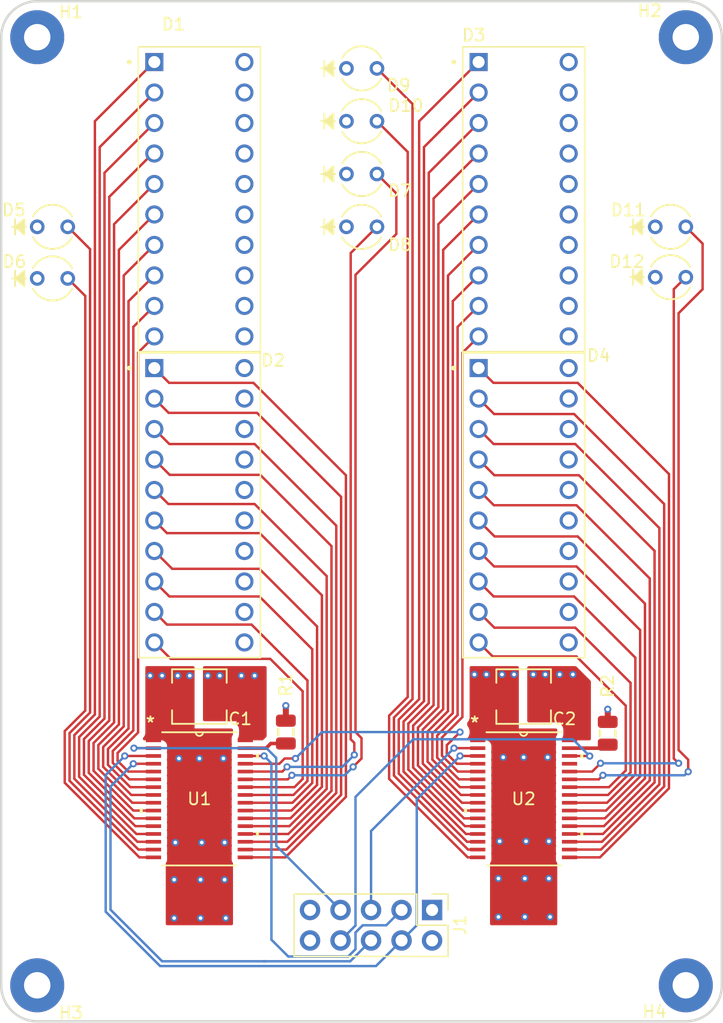
<source format=kicad_pcb>
(kicad_pcb (version 20240108) (generator "pcbnew") (generator_version "8.0")
  (layers (0 "F.Cu" signal) (1 "In1.Cu" signal) (2 "In2.Cu" signal) (31 "B.Cu" signal) (34 "B.Paste" user) (35 "F.Paste" user) (36 "B.SilkS" user "B.Silkscreen") (37 "F.SilkS" user "F.Silkscreen") (38 "B.Mask" user) (39 "F.Mask" user) (44 "Edge.Cuts" user))
  (net 0 "")
  (net 1 "GND")
  (net 2 "+3.3V")
  (net 3 "Net-(U1-OUT3)")
  (net 4 "Net-(U1-OUT7)")
  (net 5 "Net-(U1-OUT1)")
  (net 6 "Net-(U1-OUT5)")
  (net 7 "Net-(U1-OUT4)")
  (net 8 "Net-(U1-OUT9)")
  (net 9 "Net-(U1-OUT8)")
  (net 10 "Net-(U1-OUT2)")
  (net 11 "Net-(U1-OUT0)")
  (net 12 "Net-(U1-OUT6)")
  (net 13 "Net-(U2-OUT8)")
  (net 14 "Net-(U2-OUT9)")
  (net 15 "Net-(U2-OUT1)")
  (net 16 "Net-(U2-OUT5)")
  (net 17 "Net-(U2-OUT2)")
  (net 18 "Net-(U2-OUT4)")
  (net 19 "Net-(U2-OUT3)")
  (net 20 "Net-(U2-OUT0)")
  (net 21 "Net-(U2-OUT6)")
  (net 22 "Net-(U2-OUT7)")
  (net 23 "Net-(U1-OUT16)")
  (net 24 "Net-(U1-OUT12)")
  (net 25 "Net-(U1-OUT18)")
  (net 26 "Net-(U1-OUT14)")
  (net 27 "Net-(U1-OUT15)")
  (net 28 "Net-(U1-OUT21)")
  (net 29 "Net-(U1-OUT13)")
  (net 30 "Net-(U1-OUT17)")
  (net 31 "Net-(U1-OUT19)")
  (net 32 "Net-(U1-OUT20)")
  (net 33 "Net-(U2-OUT12)")
  (net 34 "Net-(U2-OUT14)")
  (net 35 "Net-(U2-OUT19)")
  (net 36 "Net-(U2-OUT15)")
  (net 37 "Net-(U2-OUT16)")
  (net 38 "Net-(U2-OUT13)")
  (net 39 "Net-(U2-OUT17)")
  (net 40 "Net-(U2-OUT18)")
  (net 41 "/LED_DRIVER_XLAT2")
  (net 42 "/LED_DRIVER_XLAT")
  (net 43 "/LED_DRIVER_BLANK")
  (net 44 "/LED_DRIVER_MOSI")
  (net 45 "/LED_DRIVER_BLANK2")
  (net 46 "/LED_DRIVER_SCLK")
  (net 47 "Net-(U1-IREF)")
  (net 48 "Net-(U2-IREF)")
  (net 49 "Net-(U1-SOUT)")
  (net 50 "Net-(U2-OUT20)")
  (net 52 "Net-(U2-OUT21)")
  (net 57 "Net-(U1-OUT10)")
  (net 58 "Net-(U1-OUT11)")
  (net 59 "Net-(U1-OUT22)")
  (net 60 "Net-(U1-OUT23)")
  (net 61 "Net-(U2-OUT10)")
  (net 62 "Net-(U2-OUT11)")
  (net 63 "Net-(U2-OUT22)")
  (net 64 "Net-(U2-OUT23)")
  (footprint "AVR-KiCAD-Lib-Diodes:DIP750W50P254L2540H825Q20" (layer "F.Cu") (at 136.5 95)
    (property "Reference" "D2")
    (property "Value" "DC10EWA" (hide yes))
  )
  (footprint "AVR-KiCAD-Lib-Diodes:DIP750W50P254L2540H825Q20" (layer "F.Cu") (at 163.5 95)
    (property "Reference" "D4")
    (property "Value" "DC10GWA" (hide yes))
  )
  (footprint "Connector_PinHeader_2.54mm:PinHeader_2x05_P2.54mm_Vertical" (layer "F.Cu") (at 155.875 128.725 -90)
    (property "Reference" "J1")
    (property "Value" "Conn_02x05_Odd_Even" (hide yes))
  )
  (footprint "AVR-KiCAD-Lib-ICs:DAP32_4P36X4P11" (layer "F.Cu") (at 163.5 119.464937)
    (property "Reference" "U2")
    (property "Value" "TLC5947DAP")
  )
  (footprint "AVR-KiCAD-Lib-Resistors:R0805" (layer "F.Cu") (at 170.5 114 -90)
    (property "Reference" "R2")
    (property "Value" "RC0805FR-071K96L" (hide yes))
  )
  (footprint "AVR-KiCAD-Lib-Diodes:HLMP" (layer "F.Cu") (at 148.74595 67.4)
    (property "Reference" "D7")
    (property "Value" "HLMP-1401" (hide yes))
  )
  (footprint "AVR-KiCAD-Lib-Capacitors:UCM1C470MCL1GS" (layer "F.Cu") (at 163.5 110.94 180)
    (property "Reference" "C2")
    (property "Value" "UCM1C470MCL1GS" (hide yes))
  )
  (footprint "AVR-KiCAD-Lib-Diodes:HLMP" (layer "F.Cu") (at 148.74595 71.8)
    (property "Reference" "D8")
    (property "Value" "HLMP-1401" (hide yes))
  )
  (footprint "AVR-KiCAD-Lib-Holes_Fasteners:M2_HOLE" (layer "F.Cu") (at 177 56)
    (property "Reference" "H2")
    (property "Value" "M2_Plated_Hole" (hide yes))
  )
  (footprint "AVR-KiCAD-Lib-Diodes:HLMP" (layer "F.Cu") (at 123 71.8)
    (property "Reference" "D5")
    (property "Value" "HLMP-1401" (hide yes))
  )
  (footprint "AVR-KiCAD-Lib-Holes_Fasteners:M2_HOLE" (layer "F.Cu") (at 123 135)
    (property "Reference" "H3")
    (property "Value" "M2_Plated_Hole" (hide yes))
  )
  (footprint "AVR-KiCAD-Lib-Diodes:HLMP" (layer "F.Cu") (at 148.74595 58.6)
    (property "Reference" "D9")
    (property "Value" "HLMP-1401" (hide yes))
  )
  (footprint "AVR-KiCAD-Lib-ICs:DAP32_4P36X4P11" (layer "F.Cu") (at 136.5 119.464937)
    (property "Reference" "U1")
    (property "Value" "TLC5947DAP")
  )
  (footprint "AVR-KiCAD-Lib-Capacitors:UCM1C470MCL1GS" (layer "F.Cu") (at 136.5 110.94 180)
    (property "Reference" "C1")
    (property "Value" "UCM1C470MCL1GS" (hide yes))
  )
  (footprint "AVR-KiCAD-Lib-Holes_Fasteners:M2_HOLE" (layer "F.Cu") (at 123 56)
    (property "Reference" "H1")
    (property "Value" "M2_Plated_Hole" (hide yes))
  )
  (footprint "AVR-KiCAD-Lib-Holes_Fasteners:M2_HOLE" (layer "F.Cu") (at 177 135)
    (property "Reference" "H4")
    (property "Value" "M2_Plated_Hole" (hide yes))
  )
  (footprint "AVR-KiCAD-Lib-Diodes:HLMP" (layer "F.Cu") (at 174.46 76)
    (property "Reference" "D12")
    (property "Value" "HLMP-1401" (hide yes))
  )
  (footprint "AVR-KiCAD-Lib-Diodes:HLMP" (layer "F.Cu") (at 174.46 71.8)
    (property "Reference" "D11")
    (property "Value" "HLMP-1401" (hide yes))
  )
  (footprint "AVR-KiCAD-Lib-Diodes:DIP750W50P254L2540H825Q20" (layer "F.Cu") (at 163.5 69.5)
    (property "Reference" "D3")
    (property "Value" "DC10GWA" (hide yes))
  )
  (footprint "AVR-KiCAD-Lib-Diodes:HLMP" (layer "F.Cu") (at 123 76.1)
    (property "Reference" "D6")
    (property "Value" "HLMP-1401" (hide yes))
  )
  (footprint "AVR-KiCAD-Lib-Diodes:HLMP" (layer "F.Cu") (at 148.74595 63)
    (property "Reference" "D10")
    (property "Value" "HLMP-1401" (hide yes))
  )
  (footprint "AVR-KiCAD-Lib-Diodes:DIP750W50P254L2540H825Q20" (layer "F.Cu") (at 136.5 69.5)
    (property "Reference" "D1")
    (property "Value" "DC10EWA" (hide yes))
  )
  (footprint "AVR-KiCAD-Lib-Resistors:R0805" (layer "F.Cu") (at 143.7 113.9 -90)
    (property "Reference" "R1")
    (property "Value" "RC0805FR-071K96L" (hide yes))
  )
  (gr_line (start 123 53) (end 177 53) (stroke (width 0.2)) (layer "Edge.Cuts"))
  (gr_line (start 180 135) (end 180 56) (stroke (width 0.2)) (layer "Edge.Cuts"))
  (gr_line (start 123 138) (end 177 138) (stroke (width 0.2)) (layer "Edge.Cuts"))
  (gr_arc (start 180 135) (mid 179.12132 137.12132) (end 177 138) (stroke (width 0.2)) (layer "Edge.Cuts"))
  (gr_arc (start 177 53) (mid 179.12132 53.87868) (end 180 56) (stroke (width 0.2)) (layer "Edge.Cuts"))
  (gr_line (start 120 135) (end 120 56) (stroke (width 0.2)) (layer "Edge.Cuts"))
  (gr_arc (start 120 56) (mid 120.87868 53.87868) (end 123 53) (stroke (width 0.2)) (layer "Edge.Cuts"))
  (gr_arc (start 123 138) (mid 120.87868 137.12132) (end 120 135) (stroke (width 0.2)) (layer "Edge.Cuts"))
  (segment (start 143.7 112.95) (end 143.7 111.7) (width 0.5) (layer "F.Cu") (net 1))
  (segment (start 170.5 112) (end 170.5 113.05) (width 0.5) (layer "F.Cu") (net 1))
  (via (at 134.4 129.4) (size 0.6) (drill 0.3) (layers "F.Cu" "B.Cu") (net 1))
  (via (at 163.7 123) (size 0.6) (drill 0.3) (layers "F.Cu" "B.Cu") (net 1))
  (via (at 136.5 116.1) (size 0.6) (drill 0.3) (layers "F.Cu" "B.Cu") (net 1))
  (via (at 162.7 109.1) (size 0.6) (drill 0.3) (layers "F.Cu" "B.Cu") (net 1))
  (via (at 161.8 116) (size 0.6) (drill 0.3) (layers "F.Cu" "B.Cu") (net 1))
  (via (at 134.4 126.2) (size 0.6) (drill 0.3) (layers "F.Cu" "B.Cu") (net 1))
  (via (at 134.5 123.1) (size 0.6) (drill 0.3) (layers "F.Cu" "B.Cu") (net 1))
  (via (at 132.4 109.2) (size 0.6) (drill 0.3) (layers "F.Cu" "B.Cu") (net 1))
  (via (at 165.6 123) (size 0.6) (drill 0.3) (layers "F.Cu" "B.Cu") (net 1))
  (via (at 163.6 126.1) (size 0.6) (drill 0.3) (layers "F.Cu" "B.Cu") (net 1))
  (via (at 138.5 116.1) (size 0.6) (drill 0.3) (layers "F.Cu" "B.Cu") (net 1))
  (via (at 170.5 112) (size 0.6) (drill 0.3) (layers "F.Cu" "B.Cu") (net 1))
  (via (at 163.6 129.3) (size 0.6) (drill 0.3) (layers "F.Cu" "B.Cu") (net 1))
  (via (at 163.5 116) (size 0.6) (drill 0.3) (layers "F.Cu" "B.Cu") (net 1))
  (via (at 143.7 111.7) (size 0.6) (drill 0.3) (layers "F.Cu" "B.Cu") (net 1))
  (via (at 165.6 126.1) (size 0.6) (drill 0.3) (layers "F.Cu" "B.Cu") (net 1))
  (via (at 159.4 109.1) (size 0.6) (drill 0.3) (layers "F.Cu" "B.Cu") (net 1))
  (via (at 161.4 129.3) (size 0.6) (drill 0.3) (layers "F.Cu" "B.Cu") (net 1))
  (via (at 136.6 126.2) (size 0.6) (drill 0.3) (layers "F.Cu" "B.Cu") (net 1))
  (via (at 138.6 126.2) (size 0.6) (drill 0.3) (layers "F.Cu" "B.Cu") (net 1))
  (via (at 135.7 109.2) (size 0.6) (drill 0.3) (layers "F.Cu" "B.Cu") (net 1))
  (via (at 161.4 126.1) (size 0.6) (drill 0.3) (layers "F.Cu" "B.Cu") (net 1))
  (via (at 133.4 109.2) (size 0.6) (drill 0.3) (layers "F.Cu" "B.Cu") (net 1))
  (via (at 136.7 123.1) (size 0.6) (drill 0.3) (layers "F.Cu" "B.Cu") (net 1))
  (via (at 138.6 123.1) (size 0.6) (drill 0.3) (layers "F.Cu" "B.Cu") (net 1))
  (via (at 161.5 123) (size 0.6) (drill 0.3) (layers "F.Cu" "B.Cu") (net 1))
  (via (at 134.7 109.2) (size 0.6) (drill 0.3) (layers "F.Cu" "B.Cu") (net 1))
  (via (at 136.6 129.4) (size 0.6) (drill 0.3) (layers "F.Cu" "B.Cu") (net 1))
  (via (at 160.4 109.1) (size 0.6) (drill 0.3) (layers "F.Cu" "B.Cu") (net 1))
  (via (at 165.5 116) (size 0.6) (drill 0.3) (layers "F.Cu" "B.Cu") (net 1))
  (via (at 138.7 129.4) (size 0.6) (drill 0.3) (layers "F.Cu" "B.Cu") (net 1))
  (via (at 165.7 129.3) (size 0.6) (drill 0.3) (layers "F.Cu" "B.Cu") (net 1))
  (via (at 161.7 109.1) (size 0.6) (drill 0.3) (layers "F.Cu" "B.Cu") (net 1))
  (via (at 134.8 116.1) (size 0.6) (drill 0.3) (layers "F.Cu" "B.Cu") (net 1))
  (via (at 141.1 109.2) (size 0.6) (drill 0.3) (layers "F.Cu" "B.Cu") (net 2))
  (via (at 165.3 109.1) (size 0.6) (drill 0.3) (layers "F.Cu" "B.Cu") (net 2))
  (via (at 138.2 109.2) (size 0.6) (drill 0.3) (layers "F.Cu" "B.Cu") (net 2))
  (via (at 166.5 109.1) (size 0.6) (drill 0.3) (layers "F.Cu" "B.Cu") (net 2))
  (via (at 137.2 109.2) (size 0.6) (drill 0.3) (layers "F.Cu" "B.Cu") (net 2))
  (via (at 164.3 109.1) (size 0.6) (drill 0.3) (layers "F.Cu" "B.Cu") (net 2))
  (via (at 140 109.2) (size 0.6) (drill 0.3) (layers "F.Cu" "B.Cu") (net 2))
  (via (at 167.6 109.1) (size 0.6) (drill 0.3) (layers "F.Cu" "B.Cu") (net 2))
  (segment (start 132.6773 119.139931) (end 130.834047 119.139931) (width 0.2) (layer "F.Cu") (net 3))
  (segment (start 130.2 113.434161) (end 130.2 75.86) (width 0.2) (layer "F.Cu") (net 3))
  (segment (start 128.489874 116.795758) (end 128.489874 115.144287) (width 0.2) (layer "F.Cu") (net 3))
  (segment (start 130.834047 119.139931) (end 128.489874 116.795758) (width 0.2) (layer "F.Cu") (net 3))
  (segment (start 130.2 75.86) (end 132.75 73.31) (width 0.2) (layer "F.Cu") (net 3))
  (segment (start 128.489874 115.144287) (end 130.2 113.434161) (width 0.2) (layer "F.Cu") (net 3))
  (segment (start 128.6 67.3) (end 132.75 63.15) (width 0.2) (layer "F.Cu") (net 4))
  (segment (start 132.6773 121.739977) (end 131.171349 121.739977) (width 0.2) (layer "F.Cu") (net 4))
  (segment (start 128.6 112.771417) (end 128.6 67.3) (width 0.2) (layer "F.Cu") (net 4))
  (segment (start 126.889874 114.481543) (end 128.6 112.771417) (width 0.2) (layer "F.Cu") (net 4))
  (segment (start 131.171349 121.739977) (end 126.889874 117.458502) (width 0.2) (layer "F.Cu") (net 4))
  (segment (start 126.889874 117.458502) (end 126.889874 114.481543) (width 0.2) (layer "F.Cu") (net 4))
  (segment (start 129.289874 116.464386) (end 130.665397 117.839909) (width 0.2) (layer "F.Cu") (net 5))
  (segment (start 132.75 78.39) (end 131 80.14) (width 0.2) (layer "F.Cu") (net 5))
  (segment (start 129.289874 115.475659) (end 129.289874 116.464386) (width 0.2) (layer "F.Cu") (net 5))
  (segment (start 131 80.14) (end 131 113.765533) (width 0.2) (layer "F.Cu") (net 5))
  (segment (start 131 113.765533) (end 129.289874 115.475659) (width 0.2) (layer "F.Cu") (net 5))
  (segment (start 130.665397 117.839909) (end 132.6773 117.839909) (width 0.2) (layer "F.Cu") (net 5))
  (segment (start 129.4 71.58) (end 132.75 68.23) (width 0.2) (layer "F.Cu") (net 6))
  (segment (start 127.689874 117.12713) (end 127.689874 114.812915) (width 0.2) (layer "F.Cu") (net 6))
  (segment (start 129.4 113.102789) (end 129.4 71.58) (width 0.2) (layer "F.Cu") (net 6))
  (segment (start 127.689874 114.812915) (end 129.4 113.102789) (width 0.2) (layer "F.Cu") (net 6))
  (segment (start 131.002698 120.439954) (end 127.689874 117.12713) (width 0.2) (layer "F.Cu") (net 6))
  (segment (start 132.6773 120.439954) (end 131.002698 120.439954) (width 0.2) (layer "F.Cu") (net 6))
  (segment (start 128.089874 116.961444) (end 128.089874 114.978601) (width 0.2) (layer "F.Cu") (net 7))
  (segment (start 129.8 73.72) (end 132.75 70.77) (width 0.2) (layer "F.Cu") (net 7))
  (segment (start 128.089874 114.978601) (end 129.8 113.268475) (width 0.2) (layer "F.Cu") (net 7))
  (segment (start 132.6773 119.789943) (end 130.918373 119.789943) (width 0.2) (layer "F.Cu") (net 7))
  (segment (start 130.918373 119.789943) (end 128.089874 116.961444) (width 0.2) (layer "F.Cu") (net 7))
  (segment (start 129.8 113.268475) (end 129.8 73.72) (width 0.2) (layer "F.Cu") (net 7))
  (segment (start 126.089874 114.150171) (end 126.089874 117.789874) (width 0.2) (layer "F.Cu") (net 8))
  (segment (start 127.8 112.440045) (end 126.089874 114.150171) (width 0.2) (layer "F.Cu") (net 8))
  (segment (start 127.8 63) (end 127.8 112.440045) (width 0.2) (layer "F.Cu") (net 8))
  (segment (start 126.089874 117.789874) (end 131.34 123.04) (width 0.2) (layer "F.Cu") (net 8))
  (segment (start 131.34 123.04) (end 132.6773 123.04) (width 0.2) (layer "F.Cu") (net 8))
  (segment (start 132.75 58.07) (end 132.73 58.07) (width 0.2) (layer "F.Cu") (net 8))
  (segment (start 132.73 58.07) (end 127.8 63) (width 0.2) (layer "F.Cu") (net 8))
  (segment (start 131.255674 122.389988) (end 132.6773 122.389988) (width 0.2) (layer "F.Cu") (net 9))
  (segment (start 128.2 112.605731) (end 126.489874 114.315857) (width 0.2) (layer "F.Cu") (net 9))
  (segment (start 126.489874 117.624188) (end 131.255674 122.389988) (width 0.2) (layer "F.Cu") (net 9))
  (segment (start 132.75 60.61) (end 128.2 65.16) (width 0.2) (layer "F.Cu") (net 9))
  (segment (start 128.2 65.16) (end 128.2 112.605731) (width 0.2) (layer "F.Cu") (net 9))
  (segment (start 126.489874 114.315857) (end 126.489874 117.624188) (width 0.2) (layer "F.Cu") (net 9))
  (segment (start 130.6 113.599847) (end 130.6 78) (width 0.2) (layer "F.Cu") (net 10))
  (segment (start 128.889874 116.630072) (end 128.889874 115.309973) (width 0.2) (layer "F.Cu") (net 10))
  (segment (start 128.889874 115.309973) (end 130.6 113.599847) (width 0.2) (layer "F.Cu") (net 10))
  (segment (start 132.6773 118.48992) (end 130.749722 118.48992) (width 0.2) (layer "F.Cu") (net 10))
  (segment (start 130.749722 118.48992) (end 128.889874 116.630072) (width 0.2) (layer "F.Cu") (net 10))
  (segment (start 130.6 78) (end 132.75 75.85) (width 0.2) (layer "F.Cu") (net 10))
  (segment (start 131.4 113.931219) (end 131.4 82.28) (width 0.2) (layer "F.Cu") (net 11))
  (segment (start 131.4 82.28) (end 132.75 80.93) (width 0.2) (layer "F.Cu") (net 11))
  (segment (start 129.689874 115.641345) (end 131.4 113.931219) (width 0.2) (layer "F.Cu") (net 11))
  (segment (start 132.6773 117.189897) (end 130.581071 117.189897) (width 0.2) (layer "F.Cu") (net 11))
  (segment (start 130.581071 117.189897) (end 129.689874 116.2987) (width 0.2) (layer "F.Cu") (net 11))
  (segment (start 129.689874 116.2987) (end 129.689874 115.641345) (width 0.2) (layer "F.Cu") (net 11))
  (segment (start 127.289874 117.292816) (end 131.087023 121.089965) (width 0.2) (layer "F.Cu") (net 12))
  (segment (start 131.087023 121.089965) (end 132.6773 121.089965) (width 0.2) (layer "F.Cu") (net 12))
  (segment (start 132.61 65.69) (end 129 69.3) (width 0.2) (layer "F.Cu") (net 12))
  (segment (start 129 69.3) (end 129 112.937103) (width 0.2) (layer "F.Cu") (net 12))
  (segment (start 132.75 65.69) (end 132.61 65.69) (width 0.2) (layer "F.Cu") (net 12))
  (segment (start 127.289874 114.647229) (end 127.289874 117.292816) (width 0.2) (layer "F.Cu") (net 12))
  (segment (start 129 112.937103) (end 127.289874 114.647229) (width 0.2) (layer "F.Cu") (net 12))
  (segment (start 158.698814 122.389988) (end 153.5 117.191174) (width 0.2) (layer "F.Cu") (net 13))
  (segment (start 155.2 65.16) (end 159.75 60.61) (width 0.2) (layer "F.Cu") (net 13))
  (segment (start 155.2 111.325983) (end 155.2 65.16) (width 0.2) (layer "F.Cu") (net 13))
  (segment (start 153.5 113.025983) (end 155.2 111.325983) (width 0.2) (layer "F.Cu") (net 13))
  (segment (start 159.6773 122.389988) (end 158.698814 122.389988) (width 0.2) (layer "F.Cu") (net 13))
  (segment (start 153.5 117.191174) (end 153.5 113.025983) (width 0.2) (layer "F.Cu") (net 13))
  (segment (start 153.1 117.35686) (end 158.78314 123.04) (width 0.2) (layer "F.Cu") (net 14))
  (segment (start 154.8 63) (end 154.8 111.160297) (width 0.2) (layer "F.Cu") (net 14))
  (segment (start 158.78314 123.04) (end 159.6773 123.04) (width 0.2) (layer "F.Cu") (net 14))
  (segment (start 154.8 111.160297) (end 153.1 112.860297) (width 0.2) (layer "F.Cu") (net 14))
  (segment (start 159.75 58.07) (end 159.73 58.07) (width 0.2) (layer "F.Cu") (net 14))
  (segment (start 159.73 58.07) (end 154.8 63) (width 0.2) (layer "F.Cu") (net 14))
  (segment (start 153.1 112.860297) (end 153.1 117.35686) (width 0.2) (layer "F.Cu") (net 14))
  (segment (start 159.6773 117.839909) (end 158.108537 117.839909) (width 0.2) (layer "F.Cu") (net 15))
  (segment (start 158.108537 117.839909) (end 156.3 116.031372) (width 0.2) (layer "F.Cu") (net 15))
  (segment (start 156.3 116.031372) (end 156.3 114.185785) (width 0.2) (layer "F.Cu") (net 15))
  (segment (start 158 80.14) (end 159.75 78.39) (width 0.2) (layer "F.Cu") (net 15))
  (segment (start 158 112.485785) (end 158 80.14) (width 0.2) (layer "F.Cu") (net 15))
  (segment (start 156.3 114.185785) (end 158 112.485785) (width 0.2) (layer "F.Cu") (net 15))
  (segment (start 159.6773 120.439954) (end 158.445838 120.439954) (width 0.2) (layer "F.Cu") (net 16))
  (segment (start 154.7 116.694116) (end 154.7 113.523041) (width 0.2) (layer "F.Cu") (net 16))
  (segment (start 156.4 71.58) (end 159.75 68.23) (width 0.2) (layer "F.Cu") (net 16))
  (segment (start 158.445838 120.439954) (end 154.7 116.694116) (width 0.2) (layer "F.Cu") (net 16))
  (segment (start 154.7 113.523041) (end 156.4 111.823041) (width 0.2) (layer "F.Cu") (net 16))
  (segment (start 156.4 111.823041) (end 156.4 71.58) (width 0.2) (layer "F.Cu") (net 16))
  (segment (start 157.6 112.320099) (end 157.6 78) (width 0.2) (layer "F.Cu") (net 17))
  (segment (start 157.6 78) (end 159.75 75.85) (width 0.2) (layer "F.Cu") (net 17))
  (segment (start 159.6773 118.48992) (end 158.192862 118.48992) (width 0.2) (layer "F.Cu") (net 17))
  (segment (start 155.9 114.020099) (end 157.6 112.320099) (width 0.2) (layer "F.Cu") (net 17))
  (segment (start 158.192862 118.48992) (end 155.9 116.197058) (width 0.2) (layer "F.Cu") (net 17))
  (segment (start 155.9 116.197058) (end 155.9 114.020099) (width 0.2) (layer "F.Cu") (net 17))
  (segment (start 158.361513 119.789943) (end 155.1 116.52843) (width 0.2) (layer "F.Cu") (net 18))
  (segment (start 156.8 73.72) (end 159.75 70.77) (width 0.2) (layer "F.Cu") (net 18))
  (segment (start 155.1 113.688727) (end 156.8 111.988727) (width 0.2) (layer "F.Cu") (net 18))
  (segment (start 155.1 116.52843) (end 155.1 113.688727) (width 0.2) (layer "F.Cu") (net 18))
  (segment (start 159.6773 119.789943) (end 158.361513 119.789943) (width 0.2) (layer "F.Cu") (net 18))
  (segment (start 156.8 111.988727) (end 156.8 73.72) (width 0.2) (layer "F.Cu") (net 18))
  (segment (start 159.6773 119.139931) (end 158.277187 119.139931) (width 0.2) (layer "F.Cu") (net 19))
  (segment (start 157.2 75.86) (end 159.75 73.31) (width 0.2) (layer "F.Cu") (net 19))
  (segment (start 155.5 113.854413) (end 157.2 112.154413) (width 0.2) (layer "F.Cu") (net 19))
  (segment (start 157.2 112.154413) (end 157.2 75.86) (width 0.2) (layer "F.Cu") (net 19))
  (segment (start 158.277187 119.139931) (end 155.5 116.362744) (width 0.2) (layer "F.Cu") (net 19))
  (segment (start 155.5 116.362744) (end 155.5 113.854413) (width 0.2) (layer "F.Cu") (net 19))
  (segment (start 156.7 114.351471) (end 156.7 115.865686) (width 0.2) (layer "F.Cu") (net 20))
  (segment (start 158.4 82.3) (end 158.4 112.651471) (width 0.2) (layer "F.Cu") (net 20))
  (segment (start 159.75 80.93) (end 159.75 80.95) (width 0.2) (layer "F.Cu") (net 20))
  (segment (start 156.7 115.865686) (end 158.024211 117.189897) (width 0.2) (layer "F.Cu") (net 20))
  (segment (start 159.75 80.95) (end 158.4 82.3) (width 0.2) (layer "F.Cu") (net 20))
  (segment (start 158.4 112.651471) (end 156.7 114.351471) (width 0.2) (layer "F.Cu") (net 20))
  (segment (start 158.024211 117.189897) (end 159.6773 117.189897) (width 0.2) (layer "F.Cu") (net 20))
  (segment (start 156 69.44) (end 159.75 65.69) (width 0.2) (layer "F.Cu") (net 21))
  (segment (start 158.530163 121.089965) (end 154.3 116.859802) (width 0.2) (layer "F.Cu") (net 21))
  (segment (start 159.6773 121.089965) (end 158.530163 121.089965) (width 0.2) (layer "F.Cu") (net 21))
  (segment (start 156 111.657355) (end 156 69.44) (width 0.2) (layer "F.Cu") (net 21))
  (segment (start 154.3 113.357355) (end 156 111.657355) (width 0.2) (layer "F.Cu") (net 21))
  (segment (start 154.3 116.859802) (end 154.3 113.357355) (width 0.2) (layer "F.Cu") (net 21))
  (segment (start 158.614489 121.739977) (end 153.9 117.025488) (width 0.2) (layer "F.Cu") (net 22))
  (segment (start 155.6 67.3) (end 159.75 63.15) (width 0.2) (layer "F.Cu") (net 22))
  (segment (start 155.6 111.491669) (end 155.6 67.3) (width 0.2) (layer "F.Cu") (net 22))
  (segment (start 153.9 113.191669) (end 155.6 111.491669) (width 0.2) (layer "F.Cu") (net 22))
  (segment (start 153.9 117.025488) (end 153.9 113.191669) (width 0.2) (layer "F.Cu") (net 22))
  (segment (start 159.6773 121.739977) (end 158.614489 121.739977) (width 0.2) (layer "F.Cu") (net 22))
  (segment (start 143.997279 121.739977) (end 140.3227 121.739977) (width 0.2) (layer "F.Cu") (net 23))
  (segment (start 133.92 94.9) (end 141.1 94.9) (width 0.2) (layer "F.Cu") (net 23))
  (segment (start 132.75 93.73) (end 133.92 94.9) (width 0.2) (layer "F.Cu") (net 23))
  (segment (start 141.1 94.9) (end 147.1 100.9) (width 0.2) (layer "F.Cu") (net 23))
  (segment (start 147.1 100.9) (end 147.1 118.637256) (width 0.2) (layer "F.Cu") (net 23))
  (segment (start 147.1 118.637256) (end 143.997279 121.739977) (width 0.2) (layer "F.Cu") (net 23))
  (segment (start 133.98 84.8) (end 141 84.8) (width 0.2) (layer "F.Cu") (net 24))
  (segment (start 141 84.8) (end 148.7 92.5) (width 0.2) (layer "F.Cu") (net 24))
  (segment (start 148.7 119.3) (end 143.659977 124.340023) (width 0.2) (layer "F.Cu") (net 24))
  (segment (start 143.659977 124.340023) (end 140.3227 124.340023) (width 0.2) (layer "F.Cu") (net 24))
  (segment (start 148.7 92.5) (end 148.7 119.3) (width 0.2) (layer "F.Cu") (net 24))
  (segment (start 132.75 83.57) (end 133.98 84.8) (width 0.2) (layer "F.Cu") (net 24))
  (segment (start 141.496 100.296) (end 146.3 105.1) (width 0.2) (layer "F.Cu") (net 25))
  (segment (start 134.236 100.296) (end 141.496 100.296) (width 0.2) (layer "F.Cu") (net 25))
  (segment (start 146.3 118.305884) (end 144.16593 120.439954) (width 0.2) (layer "F.Cu") (net 25))
  (segment (start 132.75 98.81) (end 134.236 100.296) (width 0.2) (layer "F.Cu") (net 25))
  (segment (start 144.16593 120.439954) (end 140.3227 120.439954) (width 0.2) (layer "F.Cu") (net 25))
  (segment (start 146.3 105.1) (end 146.3 118.305884) (width 0.2) (layer "F.Cu") (net 25))
  (segment (start 141.1 89.9) (end 147.9 96.7) (width 0.2) (layer "F.Cu") (net 26))
  (segment (start 147.9 96.7) (end 147.9 118.968628) (width 0.2) (layer "F.Cu") (net 26))
  (segment (start 143.828628 123.04) (end 140.3227 123.04) (width 0.2) (layer "F.Cu") (net 26))
  (segment (start 147.9 118.968628) (end 143.828628 123.04) (width 0.2) (layer "F.Cu") (net 26))
  (segment (start 134 89.9) (end 141.1 89.9) (width 0.2) (layer "F.Cu") (net 26))
  (segment (start 132.75 88.65) (end 134 89.9) (width 0.2) (layer "F.Cu") (net 26))
  (segment (start 147.5 118.802942) (end 143.912954 122.389988) (width 0.2) (layer "F.Cu") (net 27))
  (segment (start 132.75 91.19) (end 134.025686 92.465686) (width 0.2) (layer "F.Cu") (net 27))
  (segment (start 147.5 98.4) (end 147.5 118.802942) (width 0.2) (layer "F.Cu") (net 27))
  (segment (start 141.565686 92.465686) (end 147.5 98.4) (width 0.2) (layer "F.Cu") (net 27))
  (segment (start 143.912954 122.389988) (end 140.3227 122.389988) (width 0.2) (layer "F.Cu") (net 27))
  (segment (start 134.025686 92.465686) (end 141.565686 92.465686) (width 0.2) (layer "F.Cu") (net 27))
  (segment (start 144.418906 118.48992) (end 140.3227 118.48992) (width 0.2) (layer "F.Cu") (net 28))
  (segment (start 145.1 117.808826) (end 144.418906 118.48992) (width 0.2) (layer "F.Cu") (net 28))
  (segment (start 145.1 110.5) (end 145.1 117.808826) (width 0.2) (layer "F.Cu") (net 28))
  (segment (start 132.75 106.43) (end 134.12 107.8) (width 0.2) (layer "F.Cu") (net 28))
  (segment (start 142.4 107.8) (end 145.1 110.5) (width 0.2) (layer "F.Cu") (net 28))
  (segment (start 134.12 107.8) (end 142.4 107.8) (width 0.2) (layer "F.Cu") (net 28))
  (segment (start 143.744303 123.690011) (end 140.3227 123.690011) (width 0.2) (layer "F.Cu") (net 29))
  (segment (start 141.3 87.3) (end 148.3 94.3) (width 0.2) (layer "F.Cu") (net 29))
  (segment (start 133.94 87.3) (end 141.3 87.3) (width 0.2) (layer "F.Cu") (net 29))
  (segment (start 132.75 86.11) (end 133.94 87.3) (width 0.2) (layer "F.Cu") (net 29))
  (segment (start 148.3 119.134314) (end 143.744303 123.690011) (width 0.2) (layer "F.Cu") (net 29))
  (segment (start 148.3 94.3) (end 148.3 119.134314) (width 0.2) (layer "F.Cu") (net 29))
  (segment (start 133.804 97.324) (end 141.524 97.324) (width 0.2) (layer "F.Cu") (net 30))
  (segment (start 146.7 118.47157) (end 144.081605 121.089965) (width 0.2) (layer "F.Cu") (net 30))
  (segment (start 141.524 97.324) (end 146.7 102.5) (width 0.2) (layer "F.Cu") (net 30))
  (segment (start 144.081605 121.089965) (end 140.3227 121.089965) (width 0.2) (layer "F.Cu") (net 30))
  (segment (start 146.7 102.5) (end 146.7 118.47157) (width 0.2) (layer "F.Cu") (net 30))
  (segment (start 132.75 96.27) (end 133.804 97.324) (width 0.2) (layer "F.Cu") (net 30))
  (segment (start 141.5 102.6) (end 145.9 107) (width 0.2) (layer "F.Cu") (net 31))
  (segment (start 145.9 107) (end 145.9 118.140198) (width 0.2) (layer "F.Cu") (net 31))
  (segment (start 134 102.6) (end 141.5 102.6) (width 0.2) (layer "F.Cu") (net 31))
  (segment (start 144.250255 119.789943) (end 140.3227 119.789943) (width 0.2) (layer "F.Cu") (net 31))
  (segment (start 132.75 101.35) (end 134 102.6) (width 0.2) (layer "F.Cu") (net 31))
  (segment (start 145.9 118.140198) (end 144.250255 119.789943) (width 0.2) (layer "F.Cu") (net 31))
  (segment (start 133.804 104.944) (end 132.75 103.89) (width 0.2) (layer "F.Cu") (net 32))
  (segment (start 140.844 104.944) (end 133.804 104.944) (width 0.2) (layer "F.Cu") (net 32))
  (segment (start 145.5 109.6) (end 140.844 104.944) (width 0.2) (layer "F.Cu") (net 32))
  (segment (start 140.3227 119.139931) (end 144.334581 119.139931) (width 0.2) (layer "F.Cu") (net 32))
  (segment (start 145.5 117.974512) (end 145.5 109.6) (width 0.2) (layer "F.Cu") (net 32))
  (segment (start 144.334581 119.139931) (end 145.5 117.974512) (width 0.2) (layer "F.Cu") (net 32))
  (segment (start 175.6 118.591174) (end 169.851151 124.340023) (width 0.2) (layer "F.Cu") (net 33))
  (segment (start 159.75 83.57) (end 160.98 84.8) (width 0.2) (layer "F.Cu") (net 33))
  (segment (start 168 84.8) (end 175.6 92.4) (width 0.2) (layer "F.Cu") (net 33))
  (segment (start 175.6 92.4) (end 175.6 118.591174) (width 0.2) (layer "F.Cu") (net 33))
  (segment (start 169.851151 124.340023) (end 167.3227 124.340023) (width 0.2) (layer "F.Cu") (net 33))
  (segment (start 160.98 84.8) (end 168 84.8) (width 0.2) (layer "F.Cu") (net 33))
  (segment (start 159.75 88.65) (end 161 89.9) (width 0.2) (layer "F.Cu") (net 34))
  (segment (start 167.8 89.9) (end 174.8 96.9) (width 0.2) (layer "F.Cu") (net 34))
  (segment (start 174.8 96.9) (end 174.8 118.259802) (width 0.2) (layer "F.Cu") (net 34))
  (segment (start 161 89.9) (end 167.8 89.9) (width 0.2) (layer "F.Cu") (net 34))
  (segment (start 170.019802 123.04) (end 167.3227 123.04) (width 0.2) (layer "F.Cu") (net 34))
  (segment (start 174.8 118.259802) (end 170.019802 123.04) (width 0.2) (layer "F.Cu") (net 34))
  (segment (start 159.75 101.35) (end 161 102.6) (width 0.2) (layer "F.Cu") (net 35))
  (segment (start 161 102.6) (end 167.7 102.6) (width 0.2) (layer "F.Cu") (net 35))
  (segment (start 170.441429 119.789943) (end 167.3227 119.789943) (width 0.2) (layer "F.Cu") (net 35))
  (segment (start 172.8 117.431372) (end 170.441429 119.789943) (width 0.2) (layer "F.Cu") (net 35))
  (segment (start 167.7 102.6) (end 172.8 107.7) (width 0.2) (layer "F.Cu") (net 35))
  (segment (start 172.8 107.7) (end 172.8 117.431372) (width 0.2) (layer "F.Cu") (net 35))
  (segment (start 174.4 98.8) (end 168.1 92.5) (width 0.2) (layer "F.Cu") (net 36))
  (segment (start 170.104128 122.389988) (end 174.4 118.094116) (width 0.2) (layer "F.Cu") (net 36))
  (segment (start 174.4 118.094116) (end 174.4 98.8) (width 0.2) (layer "F.Cu") (net 36))
  (segment (start 167.3227 122.389988) (end 170.104128 122.389988) (width 0.2) (layer "F.Cu") (net 36))
  (segment (start 168.1 92.5) (end 161.06 92.5) (width 0.2) (layer "F.Cu") (net 36))
  (segment (start 161.06 92.5) (end 159.75 91.19) (width 0.2) (layer "F.Cu") (net 36))
  (segment (start 159.75 93.73) (end 161.02 95) (width 0.2) (layer "F.Cu") (net 37))
  (segment (start 170.188453 121.739977) (end 167.3227 121.739977) (width 0.2) (layer "F.Cu") (net 37))
  (segment (start 161.02 95) (end 167.9 95) (width 0.2) (layer "F.Cu") (net 37))
  (segment (start 174 117.92843) (end 170.188453 121.739977) (width 0.2) (layer "F.Cu") (net 37))
  (segment (start 174 101.1) (end 174 117.92843) (width 0.2) (layer "F.Cu") (net 37))
  (segment (start 167.9 95) (end 174 101.1) (width 0.2) (layer "F.Cu") (net 37))
  (segment (start 161.04 87.4) (end 159.75 86.11) (width 0.2) (layer "F.Cu") (net 38))
  (segment (start 175.2 94.9) (end 167.7 87.4) (width 0.2) (layer "F.Cu") (net 38))
  (segment (start 167.3227 123.690011) (end 169.935477 123.690011) (width 0.2) (layer "F.Cu") (net 38))
  (segment (start 169.935477 123.690011) (end 175.2 118.425488) (width 0.2) (layer "F.Cu") (net 38))
  (segment (start 175.2 118.425488) (end 175.2 94.9) (width 0.2) (layer "F.Cu") (net 38))
  (segment (start 167.7 87.4) (end 161.04 87.4) (width 0.2) (layer "F.Cu") (net 38))
  (segment (start 159.75 96.27) (end 161.08 97.6) (width 0.2) (layer "F.Cu") (net 39))
  (segment (start 161.08 97.6) (end 168 97.6) (width 0.2) (layer "F.Cu") (net 39))
  (segment (start 173.6 103.2) (end 173.6 117.762744) (width 0.2) (layer "F.Cu") (net 39))
  (segment (start 173.6 117.762744) (end 170.272779 121.089965) (width 0.2) (layer "F.Cu") (net 39))
  (segment (start 170.272779 121.089965) (end 167.3227 121.089965) (width 0.2) (layer "F.Cu") (net 39))
  (segment (start 168 97.6) (end 173.6 103.2) (width 0.2) (layer "F.Cu") (net 39))
  (segment (start 173.2 117.597058) (end 173.2 105.4) (width 0.2) (layer "F.Cu") (net 40))
  (segment (start 167.9 100.1) (end 161.04 100.1) (width 0.2) (layer "F.Cu") (net 40))
  (segment (start 161.04 100.1) (end 159.75 98.81) (width 0.2) (layer "F.Cu") (net 40))
  (segment (start 167.3227 120.439954) (end 170.357104 120.439954) (width 0.2) (layer "F.Cu") (net 40))
  (segment (start 170.357104 120.439954) (end 173.2 117.597058) (width 0.2) (layer "F.Cu") (net 40))
  (segment (start 173.2 105.4) (end 167.9 100.1) (width 0.2) (layer "F.Cu") (net 40))
  (segment (start 167.3227 115.889874) (end 168.989874 115.889874) (width 0.2) (layer "F.Cu") (net 41))
  (segment (start 168.989874 115.889874) (end 169 115.9) (width 0.2) (layer "F.Cu") (net 41))
  (via (at 169 115.9) (size 0.6) (drill 0.3) (layers "F.Cu" "B.Cu") (net 41))
  (segment (start 149.5 119.3) (end 154.3 114.5) (width 0.2) (layer "B.Cu") (net 41))
  (segment (start 154.3 114.5) (end 167.6 114.5) (width 0.2) (layer "B.Cu") (net 41))
  (segment (start 149.5 130.02) (end 149.5 119.3) (width 0.2) (layer "B.Cu") (net 41))
  (segment (start 148.255 131.265) (end 149.5 130.02) (width 0.2) (layer "B.Cu") (net 41))
  (segment (start 167.6 114.5) (end 169 115.9) (width 0.2) (layer "B.Cu") (net 41))
  (segment (start 141.889874 115.889874) (end 140.3227 115.889874) (width 0.2) (layer "F.Cu") (net 42))
  (via (at 141.889874 115.889874) (size 0.6) (drill 0.3) (layers "F.Cu" "B.Cu") (net 42))
  (segment (start 150.1 130) (end 152.06 130) (width 0.2) (layer "B.Cu") (net 42))
  (segment (start 152.06 130) (end 153.335 128.725) (width 0.2) (layer "B.Cu") (net 42))
  (segment (start 149.5 130.6) (end 150.1 130) (width 0.2) (layer "B.Cu") (net 42))
  (segment (start 149.5 131.994314) (end 149.5 130.6) (width 0.2) (layer "B.Cu") (net 42))
  (segment (start 148.894314 132.6) (end 149.5 131.994314) (width 0.2) (layer "B.Cu") (net 42))
  (segment (start 141.889874 115.889874) (end 142.5 116.5) (width 0.2) (layer "B.Cu") (net 42))
  (segment (start 143.9 132.6) (end 148.894314 132.6) (width 0.2) (layer "B.Cu") (net 42))
  (segment (start 142.5 131.2) (end 143.9 132.6) (width 0.2) (layer "B.Cu") (net 42))
  (segment (start 142.5 116.5) (end 142.5 131.2) (width 0.2) (layer "B.Cu") (net 42))
  (segment (start 131.050011 115.239863) (end 132.6773 115.239863) (width 0.2) (layer "F.Cu") (net 43))
  (via (at 131.050011 115.239863) (size 0.6) (drill 0.3) (layers "F.Cu" "B.Cu") (net 43))
  (segment (start 142.9 116.051471) (end 142.9 123.37) (width 0.2) (layer "B.Cu") (net 43))
  (segment (start 131.050011 115.239863) (end 142.088392 115.239863) (width 0.2) (layer "B.Cu") (net 43))
  (segment (start 142.9 123.37) (end 148.255 128.725) (width 0.2) (layer "B.Cu") (net 43))
  (segment (start 142.088392 115.239863) (end 142.9 116.051471) (width 0.2) (layer "B.Cu") (net 43))
  (segment (start 132.6773 116.539886) (end 131 116.539886) (width 0.2) (layer "F.Cu") (net 44))
  (via (at 131 116.539886) (size 0.6) (drill 0.3) (layers "F.Cu" "B.Cu") (net 44))
  (segment (start 129.1 128.7) (end 133.4 133) (width 0.2) (layer "B.Cu") (net 44))
  (segment (start 131 116.539886) (end 129.1 118.439886) (width 0.2) (layer "B.Cu") (net 44))
  (segment (start 142 133) (end 149.06 133) (width 0.2) (layer "B.Cu") (net 44))
  (segment (start 129.1 118.439886) (end 129.1 128.7) (width 0.2) (layer "B.Cu") (net 44))
  (segment (start 149.06 133) (end 150.795 131.265) (width 0.2) (layer "B.Cu") (net 44))
  (segment (start 141.8 133) (end 142 133) (width 0.2) (layer "B.Cu") (net 44))
  (segment (start 133.4 133) (end 142 133) (width 0.2) (layer "B.Cu") (net 44))
  (segment (start 157.7 115.239863) (end 159.6773 115.239863) (width 0.2) (layer "F.Cu") (net 45))
  (via (at 157.7 115.239863) (size 0.6) (drill 0.3) (layers "F.Cu" "B.Cu") (net 45))
  (segment (start 150.795 122.144863) (end 150.795 128.725) (width 0.2) (layer "B.Cu") (net 45))
  (segment (start 157.7 115.239863) (end 150.795 122.144863) (width 0.2) (layer "B.Cu") (net 45))
  (segment (start 132.6773 115.889874) (end 130.289874 115.889874) (width 0.2) (layer "F.Cu") (net 46))
  (segment (start 158.2 115.889874) (end 159.6773 115.889874) (width 0.2) (layer "F.Cu") (net 46))
  (via (at 158.2 115.889874) (size 0.6) (drill 0.3) (layers "F.Cu" "B.Cu") (net 46))
  (via (at 130.289874 115.889874) (size 0.6) (drill 0.3) (layers "F.Cu" "B.Cu") (net 46))
  (segment (start 130.289874 115.889874) (end 128.7 117.479748) (width 0.2) (layer "B.Cu") (net 46))
  (segment (start 154.6 119.5) (end 154.6 130) (width 0.2) (layer "B.Cu") (net 46))
  (segment (start 133.234314 133.4) (end 151.2 133.4) (width 0.2) (layer "B.Cu") (net 46))
  (segment (start 158.2 115.889874) (end 158.2 115.9) (width 0.2) (layer "B.Cu") (net 46))
  (segment (start 128.7 128.865686) (end 133.234314 133.4) (width 0.2) (layer "B.Cu") (net 46))
  (segment (start 151.2 133.4) (end 153.335 131.265) (width 0.2) (layer "B.Cu") (net 46))
  (segment (start 154.6 130) (end 153.335 131.265) (width 0.2) (layer "B.Cu") (net 46))
  (segment (start 128.7 117.479748) (end 128.7 128.865686) (width 0.2) (layer "B.Cu") (net 46))
  (segment (start 158.2 115.9) (end 154.6 119.5) (width 0.2) (layer "B.Cu") (net 46))
  (segment (start 142.060137 115.239863) (end 142.45 114.85) (width 0.3) (layer "F.Cu") (net 47))
  (segment (start 142.45 114.85) (end 143.7 114.85) (width 0.3) (layer "F.Cu") (net 47))
  (segment (start 140.3227 115.239863) (end 142.060137 115.239863) (width 0.3) (layer "F.Cu") (net 47))
  (segment (start 170.210137 115.239863) (end 170.5 114.95) (width 0.3) (layer "F.Cu") (net 48))
  (segment (start 167.3227 115.239863) (end 170.210137 115.239863) (width 0.3) (layer "F.Cu") (net 48))
  (segment (start 140.3227 116.539886) (end 143.160114 116.539886) (width 0.2) (layer "F.Cu") (net 49))
  (segment (start 158.2 113.9) (end 157.460137 114.639863) (width 0.2) (layer "F.Cu") (net 49))
  (segment (start 143.6 116.1) (end 144.5 116.1) (width 0.2) (layer "F.Cu") (net 49))
  (segment (start 143.160114 116.539886) (end 143.6 116.1) (width 0.2) (layer "F.Cu") (net 49))
  (segment (start 157.451471 114.639863) (end 157.1 114.991334) (width 0.2) (layer "F.Cu") (net 49))
  (segment (start 157.1 114.991334) (end 157.1 115.7) (width 0.2) (layer "F.Cu") (net 49))
  (segment (start 157.939886 116.539886) (end 159.6773 116.539886) (width 0.2) (layer "F.Cu") (net 49))
  (segment (start 157.1 115.7) (end 157.939886 116.539886) (width 0.2) (layer "F.Cu") (net 49))
  (segment (start 157.460137 114.639863) (end 157.451471 114.639863) (width 0.2) (layer "F.Cu") (net 49))
  (via (at 144.5 116.1) (size 0.6) (drill 0.3) (layers "F.Cu" "B.Cu") (net 49))
  (via (at 158.2 113.9) (size 0.6) (drill 0.3) (layers "F.Cu" "B.Cu") (net 49))
  (segment (start 158.2 113.9) (end 146.7 113.9) (width 0.2) (layer "B.Cu") (net 49))
  (segment (start 146.7 113.9) (end 144.5 116.1) (width 0.2) (layer "B.Cu") (net 49))
  (segment (start 161.06 105.2) (end 167.8 105.2) (width 0.2) (layer "F.Cu") (net 50))
  (segment (start 172.4 109.8) (end 172.4 117.265686) (width 0.2) (layer "F.Cu") (net 50))
  (segment (start 167.8 105.2) (end 172.4 109.8) (width 0.2) (layer "F.Cu") (net 50))
  (segment (start 170.525755 119.139931) (end 167.3227 119.139931) (width 0.2) (layer "F.Cu") (net 50))
  (segment (start 172.4 117.265686) (end 170.525755 119.139931) (width 0.2) (layer "F.Cu") (net 50))
  (segment (start 159.75 103.89) (end 161.06 105.2) (width 0.2) (layer "F.Cu") (net 50))
  (segment (start 172 111.7) (end 172 117.1) (width 0.2) (layer "F.Cu") (net 52))
  (segment (start 172 117.1) (end 170.61008 118.48992) (width 0.2) (layer "F.Cu") (net 52))
  (segment (start 170.61008 118.48992) (end 167.3227 118.48992) (width 0.2) (layer "F.Cu") (net 52))
  (segment (start 167.9 107.6) (end 172 111.7) (width 0.2) (layer "F.Cu") (net 52))
  (segment (start 160.92 107.6) (end 167.9 107.6) (width 0.2) (layer "F.Cu") (net 52))
  (segment (start 159.75 106.43) (end 160.92 107.6) (width 0.2) (layer "F.Cu") (net 52))
  (segment (start 125.689874 113.984485) (end 125.924189 113.750171) (width 0.2) (layer "F.Cu") (net 57))
  (segment (start 125.689874 117.95556) (end 125.689874 113.984485) (width 0.2) (layer "F.Cu") (net 57))
  (segment (start 125.924189 113.750171) (end 127.4 112.27436) (width 0.2) (layer "F.Cu") (net 57))
  (segment (start 131.424325 123.690011) (end 125.689874 117.95556) (width 0.2) (layer "F.Cu") (net 57))
  (segment (start 127.4 73.66) (end 125.54 71.8) (width 0.2) (layer "F.Cu") (net 57))
  (segment (start 132.6773 123.690011) (end 131.424325 123.690011) (width 0.2) (layer "F.Cu") (net 57))
  (segment (start 127.4 112.27436) (end 127.4 73.66) (width 0.2) (layer "F.Cu") (net 57))
  (segment (start 125.289874 118.121246) (end 131.508651 124.340023) (width 0.2) (layer "F.Cu") (net 58))
  (segment (start 127 77.56) (end 127 112.108674) (width 0.2) (layer "F.Cu") (net 58))
  (segment (start 127 112.108674) (end 125.289874 113.8188) (width 0.2) (layer "F.Cu") (net 58))
  (segment (start 125.289874 113.8188) (end 125.289874 118.121246) (width 0.2) (layer "F.Cu") (net 58))
  (segment (start 131.508651 124.340023) (end 132.6773 124.340023) (width 0.2) (layer "F.Cu") (net 58))
  (segment (start 125.54 76.1) (end 127 77.56) (width 0.2) (layer "F.Cu") (net 58))
  (segment (start 152.9 69.01405) (end 151.28595 67.4) (width 0.2) (layer "F.Cu") (net 59))
  (segment (start 149.3 116.8) (end 150 116.1) (width 0.2) (layer "F.Cu") (net 59))
  (segment (start 140.3227 117.839909) (end 143.860091 117.839909) (width 0.2) (layer "F.Cu") (net 59))
  (segment (start 150 116.1) (end 150 114.4) (width 0.2) (layer "F.Cu") (net 59))
  (segment (start 150 114.4) (end 149.5 113.9) (width 0.2) (layer "F.Cu") (net 59))
  (segment (start 143.860091 117.839909) (end 144.2 117.5) (width 0.2) (layer "F.Cu") (net 59))
  (segment (start 149.5 113.9) (end 149.5 75.8) (width 0.2) (layer "F.Cu") (net 59))
  (segment (start 152.9 72.4) (end 152.9 69.01405) (width 0.2) (layer "F.Cu") (net 59))
  (segment (start 149.5 75.8) (end 152.9 72.4) (width 0.2) (layer "F.Cu") (net 59))
  (via (at 144.2 117.5) (size 0.6) (drill 0.3) (layers "F.Cu" "B.Cu") (net 59))
  (via (at 149.3 116.8) (size 0.6) (drill 0.3) (layers "F.Cu" "B.Cu") (net 59))
  (segment (start 148.6 117.5) (end 149.3 116.8) (width 0.2) (layer "B.Cu") (net 59))
  (segment (start 144.2 117.5) (end 148.6 117.5) (width 0.2) (layer "B.Cu") (net 59))
  (segment (start 140.3227 117.189897) (end 143.410103 117.189897) (width 0.2) (layer "F.Cu") (net 60))
  (segment (start 143.410103 117.189897) (end 143.8 116.8) (width 0.2) (layer "F.Cu") (net 60))
  (segment (start 149.4 115.8) (end 149.4 114.8) (width 0.2) (layer "F.Cu") (net 60))
  (segment (start 149.4 114.8) (end 149.1 114.5) (width 0.2) (layer "F.Cu") (net 60))
  (segment (start 149.1 73.98595) (end 151.28595 71.8) (width 0.2) (layer "F.Cu") (net 60))
  (segment (start 149.1 114.5) (end 149.1 73.98595) (width 0.2) (layer "F.Cu") (net 60))
  (via (at 143.8 116.8) (size 0.6) (drill 0.3) (layers "F.Cu" "B.Cu") (net 60))
  (via (at 149.4 115.8) (size 0.6) (drill 0.3) (layers "F.Cu" "B.Cu") (net 60))
  (segment (start 143.8 116.8) (end 148.4 116.8) (width 0.2) (layer "B.Cu") (net 60))
  (segment (start 148.4 116.8) (end 149.4 115.8) (width 0.2) (layer "B.Cu") (net 60))
  (segment (start 152.7 117.522545) (end 152.7 112.694611) (width 0.2) (layer "F.Cu") (net 61))
  (segment (start 152.7 112.694611) (end 154.247306 111.147305) (width 0.2) (layer "F.Cu") (net 61))
  (segment (start 158.867466 123.690011) (end 152.7 117.522545) (width 0.2) (layer "F.Cu") (net 61))
  (segment (start 154.247306 111.147305) (end 154.247306 61.561356) (width 0.2) (layer "F.Cu") (net 61))
  (segment (start 159.6773 123.690011) (end 158.867466 123.690011) (width 0.2) (layer "F.Cu") (net 61))
  (segment (start 154.247306 61.561356) (end 151.28595 58.6) (width 0.2) (layer "F.Cu") (net 61))
  (segment (start 158.8423 124.340023) (end 152.3 117.797723) (width 0.2) (layer "F.Cu") (net 62))
  (segment (start 152.3 117.797723) (end 152.3 112.528925) (width 0.2) (layer "F.Cu") (net 62))
  (segment (start 152.3 112.528925) (end 153.847306 110.981619) (width 0.2) (layer "F.Cu") (net 62))
  (segment (start 153.847306 65.561356) (end 151.28595 63) (width 0.2) (layer "F.Cu") (net 62))
  (segment (start 153.847306 110.981619) (end 153.847306 65.561356) (width 0.2) (layer "F.Cu") (net 62))
  (segment (start 159.6773 124.340023) (end 158.8423 124.340023) (width 0.2) (layer "F.Cu") (net 62))
  (segment (start 177.2 117.2) (end 177.2 116.2) (width 0.2) (layer "F.Cu") (net 63))
  (segment (start 178.4 77) (end 178.4 73.2) (width 0.2) (layer "F.Cu") (net 63))
  (segment (start 176.4 115.4) (end 176.4 79) (width 0.2) (layer "F.Cu") (net 63))
  (segment (start 178.4 73.2) (end 177 71.8) (width 0.2) (layer "F.Cu") (net 63))
  (segment (start 176.4 79) (end 178.4 77) (width 0.2) (layer "F.Cu") (net 63))
  (segment (start 170.1 117.5) (end 170.1 117.5) (width 0.2) (layer "F.Cu") (net 63))
  (segment (start 177.2 116.2) (end 176.4 115.4) (width 0.2) (layer "F.Cu") (net 63))
  (segment (start 169.760091 117.839909) (end 167.3227 117.839909) (width 0.2) (layer "F.Cu") (net 63))
  (segment (start 170.1 117.5) (end 169.760091 117.839909) (width 0.2) (layer "F.Cu") (net 63))
  (via (at 170.1 117.5) (size 0.6) (drill 0.3) (layers "F.Cu" "B.Cu") (net 63))
  (via (at 177.2 117.2) (size 0.6) (drill 0.3) (layers "F.Cu" "B.Cu") (net 63))
  (segment (start 176.9 117.5) (end 177.2 117.2) (width 0.2) (layer "B.Cu") (net 63))
  (segment (start 170.1 117.5) (end 176.9 117.5) (width 0.2) (layer "B.Cu") (net 63))
  (segment (start 169.9 116.5) (end 169.210103 117.189897) (width 0.2) (layer "F.Cu") (net 64))
  (segment (start 176 116.1) (end 176 77) (width 0.2) (layer "F.Cu") (net 64))
  (segment (start 176.4 116.5) (end 176 116.1) (width 0.2) (layer "F.Cu") (net 64))
  (segment (start 169.210103 117.189897) (end 167.3227 117.189897) (width 0.2) (layer "F.Cu") (net 64))
  (segment (start 176 77) (end 177 76) (width 0.2) (layer "F.Cu") (net 64))
  (via (at 169.9 116.5) (size 0.6) (drill 0.3) (layers "F.Cu" "B.Cu") (net 64))
  (via (at 176.4 116.5) (size 0.6) (drill 0.3) (layers "F.Cu" "B.Cu") (net 64))
  (segment (start 169.9 116.5) (end 176.4 116.5) (width 0.2) (layer "B.Cu") (net 64))
  (zone (net 2) (net_name "+3.3V") (layer "F.Cu") (priority 2) (connect_pads yes (clearance 0.5)) (min_thickness 0.25) (fill yes (thermal_gap 0.5) (thermal_bridge_width 0.5))
    (polygon (pts (xy 163.8 108.4) (xy 169.1 108.4) (xy 169.1 114.9) (xy 166.6 114.9) (xy 166.6 113.1) (xy 163.8 113.1)))
  )
  (zone (net 2) (net_name "+3.3V") (layer "F.Cu") (priority 2) (connect_pads yes (clearance 0.5)) (min_thickness 0.25) (fill yes (thermal_gap 0.5) (thermal_bridge_width 0.5))
    (polygon (pts (xy 136.8 108.4) (xy 142.1 108.4) (xy 142.1 114.8) (xy 139.6 114.8) (xy 139.6 113) (xy 136.8 113)))
  )
  (zone (net 1) (net_name "GND") (layer "F.Cu") (priority 3) (connect_pads yes (clearance 0.5)) (min_thickness 0.25) (fill yes (thermal_gap 0.5) (thermal_bridge_width 0.5))
    (polygon (pts (xy 131.8 108.4) (xy 136.1 108.4) (xy 136.1 113.6) (xy 139.3 113.6) (xy 139.3 130) (xy 133.7 130) (xy 133.7 114.9) (xy 131.8 114.9)))
  )
  (zone (net 1) (net_name "GND") (layer "F.Cu") (priority 3) (connect_pads yes (clearance 0.5)) (min_thickness 0.25) (fill yes (thermal_gap 0.5) (thermal_bridge_width 0.5))
    (polygon (pts (xy 158.8 108.4) (xy 163.1 108.4) (xy 163.1 113.6) (xy 166.3 113.6) (xy 166.3 130) (xy 160.7 130) (xy 160.7 114.9) (xy 158.8 114.9)))
  )
)
</source>
